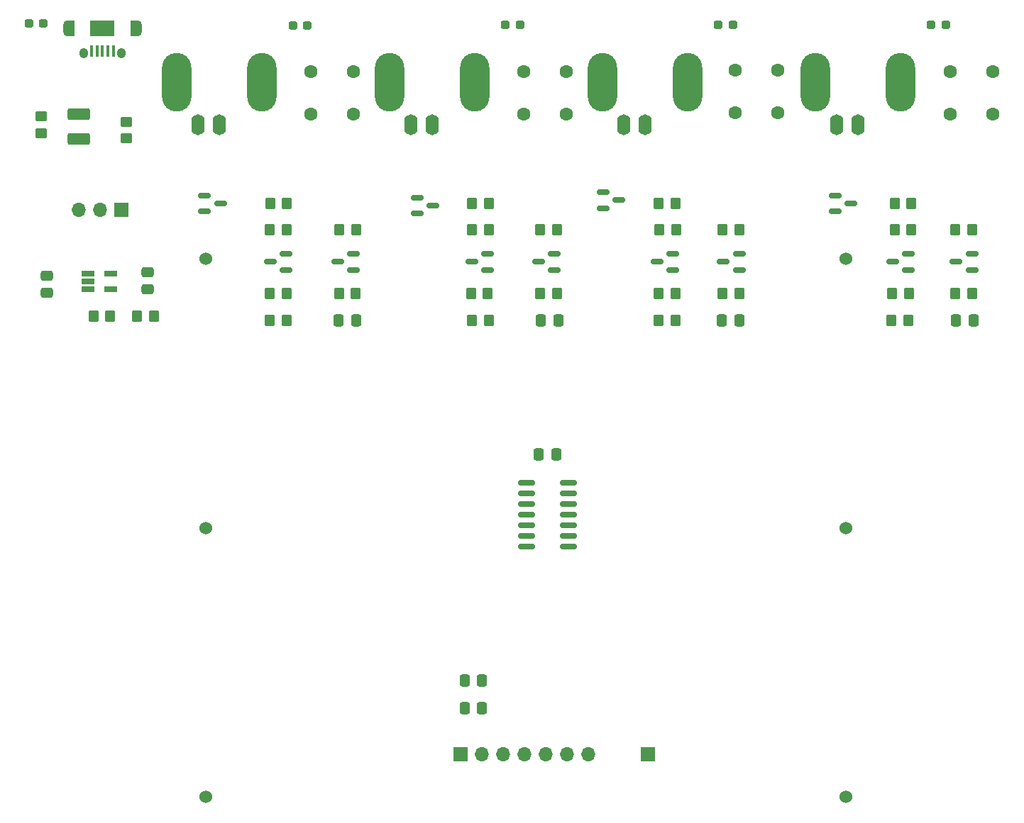
<source format=gbr>
%TF.GenerationSoftware,KiCad,Pcbnew,7.0.5-4d25ed1034~172~ubuntu22.04.1*%
%TF.CreationDate,2023-06-01T08:36:11-04:00*%
%TF.ProjectId,trigger-board,74726967-6765-4722-9d62-6f6172642e6b,rev?*%
%TF.SameCoordinates,Original*%
%TF.FileFunction,Soldermask,Top*%
%TF.FilePolarity,Negative*%
%FSLAX46Y46*%
G04 Gerber Fmt 4.6, Leading zero omitted, Abs format (unit mm)*
G04 Created by KiCad (PCBNEW 7.0.5-4d25ed1034~172~ubuntu22.04.1) date 2023-06-01 08:36:11*
%MOMM*%
%LPD*%
G01*
G04 APERTURE LIST*
G04 Aperture macros list*
%AMRoundRect*
0 Rectangle with rounded corners*
0 $1 Rounding radius*
0 $2 $3 $4 $5 $6 $7 $8 $9 X,Y pos of 4 corners*
0 Add a 4 corners polygon primitive as box body*
4,1,4,$2,$3,$4,$5,$6,$7,$8,$9,$2,$3,0*
0 Add four circle primitives for the rounded corners*
1,1,$1+$1,$2,$3*
1,1,$1+$1,$4,$5*
1,1,$1+$1,$6,$7*
1,1,$1+$1,$8,$9*
0 Add four rect primitives between the rounded corners*
20,1,$1+$1,$2,$3,$4,$5,0*
20,1,$1+$1,$4,$5,$6,$7,0*
20,1,$1+$1,$6,$7,$8,$9,0*
20,1,$1+$1,$8,$9,$2,$3,0*%
G04 Aperture macros list end*
%ADD10RoundRect,0.250000X0.450000X-0.350000X0.450000X0.350000X-0.450000X0.350000X-0.450000X-0.350000X0*%
%ADD11C,1.600200*%
%ADD12RoundRect,0.250000X-0.350000X-0.450000X0.350000X-0.450000X0.350000X0.450000X-0.350000X0.450000X0*%
%ADD13RoundRect,0.250000X0.350000X0.450000X-0.350000X0.450000X-0.350000X-0.450000X0.350000X-0.450000X0*%
%ADD14R,1.700000X1.700000*%
%ADD15O,1.700000X1.700000*%
%ADD16RoundRect,0.250000X-0.337500X-0.475000X0.337500X-0.475000X0.337500X0.475000X-0.337500X0.475000X0*%
%ADD17RoundRect,0.150000X0.587500X0.150000X-0.587500X0.150000X-0.587500X-0.150000X0.587500X-0.150000X0*%
%ADD18R,0.400000X1.350000*%
%ADD19O,1.000000X1.900000*%
%ADD20R,0.875000X1.900000*%
%ADD21O,1.050000X1.250000*%
%ADD22R,2.900000X1.900000*%
%ADD23RoundRect,0.250001X-1.074999X0.462499X-1.074999X-0.462499X1.074999X-0.462499X1.074999X0.462499X0*%
%ADD24RoundRect,0.250000X0.337500X0.475000X-0.337500X0.475000X-0.337500X-0.475000X0.337500X-0.475000X0*%
%ADD25O,1.600000X2.500000*%
%ADD26O,3.500000X7.000000*%
%ADD27RoundRect,0.237500X-0.287500X-0.237500X0.287500X-0.237500X0.287500X0.237500X-0.287500X0.237500X0*%
%ADD28C,1.524000*%
%ADD29RoundRect,0.150000X-0.587500X-0.150000X0.587500X-0.150000X0.587500X0.150000X-0.587500X0.150000X0*%
%ADD30RoundRect,0.250000X-0.475000X0.337500X-0.475000X-0.337500X0.475000X-0.337500X0.475000X0.337500X0*%
%ADD31R,1.560000X0.650000*%
%ADD32RoundRect,0.150000X-0.825000X-0.150000X0.825000X-0.150000X0.825000X0.150000X-0.825000X0.150000X0*%
G04 APERTURE END LIST*
D10*
%TO.C,R25*%
X30393000Y-56378800D03*
X30393000Y-54378800D03*
%TD*%
D11*
%TO.C,SW1*%
X62524000Y-54108800D03*
X67604000Y-54108800D03*
X62524000Y-49028800D03*
X67604000Y-49028800D03*
%TD*%
D12*
%TO.C,R21*%
X139435000Y-75565000D03*
X141435000Y-75565000D03*
%TD*%
D13*
%TO.C,R1*%
X59652500Y-78740000D03*
X57652500Y-78740000D03*
%TD*%
%TO.C,R8*%
X83745000Y-78740000D03*
X81745000Y-78740000D03*
%TD*%
D14*
%TO.C,J6*%
X80401000Y-130607800D03*
D15*
X82941000Y-130607800D03*
X85481000Y-130607800D03*
X88021000Y-130607800D03*
X90561000Y-130607800D03*
X93101000Y-130607800D03*
X95641000Y-130607800D03*
%TD*%
D12*
%TO.C,R15*%
X111665000Y-75565000D03*
X113665000Y-75565000D03*
%TD*%
D16*
%TO.C,C1*%
X65870000Y-78740000D03*
X67945000Y-78740000D03*
%TD*%
D17*
%TO.C,Q2*%
X83620000Y-72705000D03*
X83620000Y-70805000D03*
X81745000Y-71755000D03*
%TD*%
%TO.C,Q3*%
X67612500Y-72705000D03*
X67612500Y-70805000D03*
X65737500Y-71755000D03*
%TD*%
D12*
%TO.C,R3*%
X57652500Y-67945000D03*
X59652500Y-67945000D03*
%TD*%
%TO.C,R6*%
X89905000Y-75565000D03*
X91905000Y-75565000D03*
%TD*%
%TO.C,R10*%
X89905000Y-67945000D03*
X91905000Y-67945000D03*
%TD*%
D18*
%TO.C,J5*%
X36380000Y-46544000D03*
X37030000Y-46544000D03*
X37680000Y-46544000D03*
X38330000Y-46544000D03*
X38980000Y-46544000D03*
D19*
X41855000Y-43869000D03*
D20*
X41417500Y-43869000D03*
D21*
X39905000Y-46869000D03*
D22*
X37680000Y-43869000D03*
D21*
X35455000Y-46869000D03*
D20*
X33942500Y-43869000D03*
D19*
X33505000Y-43869000D03*
%TD*%
D12*
%TO.C,R14*%
X104045000Y-64770000D03*
X106045000Y-64770000D03*
%TD*%
D17*
%TO.C,Q4*%
X91572500Y-72705000D03*
X91572500Y-70805000D03*
X89697500Y-71755000D03*
%TD*%
D13*
%TO.C,R24*%
X133910000Y-75565000D03*
X131910000Y-75565000D03*
%TD*%
D23*
%TO.C,FB1*%
X34838000Y-54108800D03*
X34838000Y-57083800D03*
%TD*%
D24*
%TO.C,C9*%
X82952500Y-121793000D03*
X80877500Y-121793000D03*
%TD*%
D25*
%TO.C,J2*%
X77002000Y-55378800D03*
D26*
X71922000Y-50298800D03*
D25*
X74462000Y-55378800D03*
D26*
X82082000Y-50298800D03*
%TD*%
D17*
%TO.C,Q8*%
X141405000Y-72705000D03*
X141405000Y-70805000D03*
X139530000Y-71755000D03*
%TD*%
D13*
%TO.C,R16*%
X106045000Y-78740000D03*
X104045000Y-78740000D03*
%TD*%
D11*
%TO.C,SW2*%
X87924000Y-54108800D03*
X93004000Y-54108800D03*
X87924000Y-49028800D03*
X93004000Y-49028800D03*
%TD*%
D10*
%TO.C,R26*%
X40553000Y-57013800D03*
X40553000Y-55013800D03*
%TD*%
D17*
%TO.C,Q1*%
X59590000Y-72705000D03*
X59590000Y-70805000D03*
X57715000Y-71755000D03*
%TD*%
D13*
%TO.C,R9*%
X59652500Y-75565000D03*
X57652500Y-75565000D03*
%TD*%
D12*
%TO.C,R23*%
X139435000Y-67945000D03*
X141435000Y-67945000D03*
%TD*%
%TO.C,R4*%
X81745000Y-64770000D03*
X83745000Y-64770000D03*
%TD*%
%TO.C,R13*%
X104140000Y-67945000D03*
X106140000Y-67945000D03*
%TD*%
D27*
%TO.C,D2*%
X85739000Y-43434000D03*
X87489000Y-43434000D03*
%TD*%
%TO.C,D4*%
X136539000Y-43434000D03*
X138289000Y-43434000D03*
%TD*%
D13*
%TO.C,R22*%
X133815000Y-78740000D03*
X131815000Y-78740000D03*
%TD*%
D11*
%TO.C,SW3*%
X113197000Y-53981800D03*
X118277000Y-53981800D03*
X113197000Y-48901800D03*
X118277000Y-48901800D03*
%TD*%
D17*
%TO.C,Q5*%
X105712500Y-72705000D03*
X105712500Y-70805000D03*
X103837500Y-71755000D03*
%TD*%
D25*
%TO.C,J3*%
X102402000Y-55378800D03*
D26*
X97322000Y-50298800D03*
D25*
X99862000Y-55378800D03*
D26*
X107482000Y-50298800D03*
%TD*%
D16*
%TO.C,C3*%
X111590000Y-78740000D03*
X113665000Y-78740000D03*
%TD*%
D13*
%TO.C,R18*%
X106045000Y-75565000D03*
X104045000Y-75565000D03*
%TD*%
D28*
%TO.C,N1*%
X126405000Y-71380800D03*
X50005000Y-71380800D03*
X126405000Y-103530800D03*
X50005000Y-103530800D03*
X126405000Y-135680800D03*
X50005000Y-135680800D03*
%TD*%
D13*
%TO.C,R11*%
X59690000Y-64770000D03*
X57690000Y-64770000D03*
%TD*%
D12*
%TO.C,R28*%
X36592000Y-78232000D03*
X38592000Y-78232000D03*
%TD*%
D25*
%TO.C,J4*%
X127802000Y-55378800D03*
D26*
X122722000Y-50298800D03*
D25*
X125262000Y-55378800D03*
D26*
X132882000Y-50298800D03*
%TD*%
D12*
%TO.C,R20*%
X132180000Y-64770000D03*
X134180000Y-64770000D03*
%TD*%
D29*
%TO.C,D7*%
X97439000Y-63439000D03*
X97439000Y-65339000D03*
X99314000Y-64389000D03*
%TD*%
D14*
%TO.C,JP1*%
X39918000Y-65538800D03*
D15*
X37378000Y-65538800D03*
X34838000Y-65538800D03*
%TD*%
D17*
%TO.C,Q7*%
X133815000Y-72705000D03*
X133815000Y-70805000D03*
X131940000Y-71755000D03*
%TD*%
D16*
%TO.C,C4*%
X139530000Y-78740000D03*
X141605000Y-78740000D03*
%TD*%
D30*
%TO.C,C6*%
X43093000Y-72988800D03*
X43093000Y-75063800D03*
%TD*%
D31*
%TO.C,U2*%
X35948000Y-73163800D03*
X35948000Y-74113800D03*
X35948000Y-75063800D03*
X38648000Y-75063800D03*
X38648000Y-73163800D03*
%TD*%
D12*
%TO.C,R17*%
X111665000Y-67945000D03*
X113665000Y-67945000D03*
%TD*%
D30*
%TO.C,C5*%
X31028000Y-73391300D03*
X31028000Y-75466300D03*
%TD*%
D27*
%TO.C,D3*%
X111125000Y-43440800D03*
X112875000Y-43440800D03*
%TD*%
D24*
%TO.C,C8*%
X82952500Y-125095000D03*
X80877500Y-125095000D03*
%TD*%
D32*
%TO.C,U1*%
X88308000Y-98177800D03*
X88308000Y-99447800D03*
X88308000Y-100717800D03*
X88308000Y-101987800D03*
X88308000Y-103257800D03*
X88308000Y-104527800D03*
X88308000Y-105797800D03*
X93258000Y-105797800D03*
X93258000Y-104527800D03*
X93258000Y-103257800D03*
X93258000Y-101987800D03*
X93258000Y-100717800D03*
X93258000Y-99447800D03*
X93258000Y-98177800D03*
%TD*%
D12*
%TO.C,R7*%
X65945000Y-67945000D03*
X67945000Y-67945000D03*
%TD*%
D14*
%TO.C,AE1*%
X102743000Y-130556000D03*
%TD*%
D17*
%TO.C,Q6*%
X113635000Y-72705000D03*
X113635000Y-70805000D03*
X111760000Y-71755000D03*
%TD*%
D11*
%TO.C,SW4*%
X138851000Y-54108800D03*
X143931000Y-54108800D03*
X138851000Y-49028800D03*
X143931000Y-49028800D03*
%TD*%
D29*
%TO.C,D9*%
X75214000Y-64074000D03*
X75214000Y-65974000D03*
X77089000Y-65024000D03*
%TD*%
%TO.C,D6*%
X49862500Y-63820000D03*
X49862500Y-65720000D03*
X51737500Y-64770000D03*
%TD*%
D13*
%TO.C,R12*%
X83650000Y-75565000D03*
X81650000Y-75565000D03*
%TD*%
D12*
%TO.C,R19*%
X132180000Y-67945000D03*
X134180000Y-67945000D03*
%TD*%
%TO.C,R5*%
X65907500Y-75565000D03*
X67907500Y-75565000D03*
%TD*%
D27*
%TO.C,D5*%
X28883000Y-43313800D03*
X30633000Y-43313800D03*
%TD*%
D25*
%TO.C,J1*%
X51602000Y-55378800D03*
D26*
X46522000Y-50298800D03*
D25*
X49062000Y-55378800D03*
D26*
X56682000Y-50298800D03*
%TD*%
D24*
%TO.C,C7*%
X91800500Y-94738800D03*
X89725500Y-94738800D03*
%TD*%
D27*
%TO.C,D1*%
X60393000Y-43567800D03*
X62143000Y-43567800D03*
%TD*%
D16*
%TO.C,C2*%
X90000000Y-78740000D03*
X92075000Y-78740000D03*
%TD*%
D12*
%TO.C,R2*%
X81745000Y-67945000D03*
X83745000Y-67945000D03*
%TD*%
D29*
%TO.C,D8*%
X125125000Y-63820000D03*
X125125000Y-65720000D03*
X127000000Y-64770000D03*
%TD*%
D12*
%TO.C,R27*%
X41799000Y-78232000D03*
X43799000Y-78232000D03*
%TD*%
M02*

</source>
